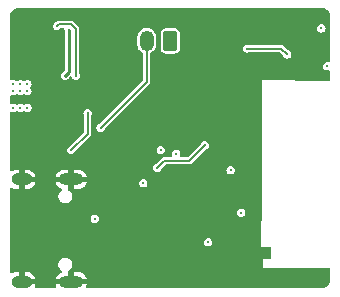
<source format=gbl>
G04 #@! TF.GenerationSoftware,KiCad,Pcbnew,8.0.3*
G04 #@! TF.CreationDate,2024-07-03T22:21:13+02:00*
G04 #@! TF.ProjectId,ESP32-C3-V2,45535033-322d-4433-932d-56322e6b6963,rev?*
G04 #@! TF.SameCoordinates,Original*
G04 #@! TF.FileFunction,Copper,L4,Bot*
G04 #@! TF.FilePolarity,Positive*
%FSLAX46Y46*%
G04 Gerber Fmt 4.6, Leading zero omitted, Abs format (unit mm)*
G04 Created by KiCad (PCBNEW 8.0.3) date 2024-07-03 22:21:13*
%MOMM*%
%LPD*%
G01*
G04 APERTURE LIST*
G04 Aperture macros list*
%AMRoundRect*
0 Rectangle with rounded corners*
0 $1 Rounding radius*
0 $2 $3 $4 $5 $6 $7 $8 $9 X,Y pos of 4 corners*
0 Add a 4 corners polygon primitive as box body*
4,1,4,$2,$3,$4,$5,$6,$7,$8,$9,$2,$3,0*
0 Add four circle primitives for the rounded corners*
1,1,$1+$1,$2,$3*
1,1,$1+$1,$4,$5*
1,1,$1+$1,$6,$7*
1,1,$1+$1,$8,$9*
0 Add four rect primitives between the rounded corners*
20,1,$1+$1,$2,$3,$4,$5,0*
20,1,$1+$1,$4,$5,$6,$7,0*
20,1,$1+$1,$6,$7,$8,$9,0*
20,1,$1+$1,$8,$9,$2,$3,0*%
G04 Aperture macros list end*
G04 #@! TA.AperFunction,ComponentPad*
%ADD10O,2.100000X1.000000*%
G04 #@! TD*
G04 #@! TA.AperFunction,ComponentPad*
%ADD11O,1.800000X1.000000*%
G04 #@! TD*
G04 #@! TA.AperFunction,ComponentPad*
%ADD12RoundRect,0.250000X0.350000X0.625000X-0.350000X0.625000X-0.350000X-0.625000X0.350000X-0.625000X0*%
G04 #@! TD*
G04 #@! TA.AperFunction,ComponentPad*
%ADD13O,1.200000X1.750000*%
G04 #@! TD*
G04 #@! TA.AperFunction,ComponentPad*
%ADD14R,0.500000X0.900000*%
G04 #@! TD*
G04 #@! TA.AperFunction,ViaPad*
%ADD15C,0.300000*%
G04 #@! TD*
G04 #@! TA.AperFunction,Conductor*
%ADD16C,0.200000*%
G04 #@! TD*
G04 #@! TA.AperFunction,Conductor*
%ADD17C,0.267200*%
G04 #@! TD*
G04 APERTURE END LIST*
D10*
G04 #@! TO.P,U1,S1,SHIELD*
G04 #@! TO.N,GND*
X38500000Y-3090000D03*
D11*
X34320000Y-3090000D03*
D10*
X38500000Y-11730000D03*
D11*
X34320000Y-11730000D03*
G04 #@! TD*
D12*
G04 #@! TO.P,J2,1,Pin_1*
G04 #@! TO.N,Earth*
X46900000Y8650000D03*
D13*
G04 #@! TO.P,J2,2,Pin_2*
G04 #@! TO.N,+BATT*
X44900000Y8650000D03*
G04 #@! TD*
D14*
G04 #@! TO.P,AE1,2,GND*
G04 #@! TO.N,GND*
X55175000Y-9300000D03*
G04 #@! TD*
D15*
G04 #@! TO.N,GND*
X51400000Y10300000D03*
X47400000Y1100000D03*
X33600000Y-7100000D03*
X47700000Y-6900000D03*
X42700000Y1100000D03*
X46300000Y-6000000D03*
X46300000Y-4200000D03*
X56800000Y-10900000D03*
X33600000Y-9100000D03*
X33600000Y-4200000D03*
X45300000Y-12000000D03*
X47400000Y-100000D03*
X47700000Y-5100000D03*
X48700000Y500000D03*
X48700000Y-100000D03*
X43300000Y-12000000D03*
X59800000Y-10900000D03*
X48600000Y11100000D03*
X47400000Y500000D03*
X33500000Y6800000D03*
X53800000Y-10900000D03*
X48700000Y1100000D03*
X33600000Y-8100000D03*
X44300000Y-12000000D03*
X45600000Y500000D03*
X42300000Y-12000000D03*
X53500000Y-8200000D03*
X46800000Y1100000D03*
X48900000Y-6000000D03*
X48900000Y-6900000D03*
X48900000Y-4200000D03*
X52000000Y-1600000D03*
X52400000Y8000000D03*
X46200000Y-9500000D03*
X45600000Y11100000D03*
X58800000Y10100000D03*
X44900000Y1700000D03*
X35500000Y5300000D03*
X46300000Y-5100000D03*
X54800000Y-10900000D03*
X41800000Y1100000D03*
X35500000Y4500000D03*
X58800000Y-10900000D03*
X35500000Y3700000D03*
X46800000Y-100000D03*
X57800000Y-10900000D03*
X33500000Y-1200000D03*
X50500000Y-7800000D03*
X33500000Y-2200000D03*
X33500000Y8800000D03*
X45600000Y1100000D03*
X40200000Y8100000D03*
X44600000Y11100000D03*
X47900000Y-500000D03*
X41600000Y11100000D03*
X41300000Y-12000000D03*
X42600000Y11100000D03*
X47700000Y-4200000D03*
X46600000Y11100000D03*
X35500000Y6100000D03*
X33500000Y1800000D03*
X50600000Y-11800000D03*
X53800000Y-9900000D03*
X45600000Y-100000D03*
X33600000Y-5100000D03*
X53900000Y-4900000D03*
X53100000Y3700000D03*
X33600000Y-10100000D03*
X40600000Y11100000D03*
X55800000Y-10900000D03*
X46300000Y-6900000D03*
X36500000Y7600000D03*
X48900000Y-5100000D03*
X52900000Y-5200000D03*
X33500000Y800000D03*
X44600000Y-2700000D03*
X33500000Y-200000D03*
X35500000Y2900000D03*
X53800000Y-8900000D03*
X47600000Y11100000D03*
X33500000Y7800000D03*
X45100000Y-10100000D03*
X48400000Y-11600000D03*
X33600000Y-6100000D03*
X53700000Y1400000D03*
X53700000Y400000D03*
X60200000Y5800000D03*
X51900000Y-9700000D03*
X43600000Y11100000D03*
X37100000Y8000000D03*
X40900000Y-4000000D03*
X53900000Y-5900000D03*
X46800000Y500000D03*
X47700000Y-6000000D03*
G04 #@! TO.N,VCC*
X38900000Y5700000D03*
X37300000Y9900000D03*
G04 #@! TO.N,+BATT*
X41000000Y1300000D03*
G04 #@! TO.N,+3.3V*
X33600000Y3000000D03*
X40500000Y-6400000D03*
X44600000Y-3400000D03*
X34800000Y3000000D03*
X33600000Y5000000D03*
X47400000Y-900000D03*
X33600000Y4400000D03*
X60200000Y6500000D03*
X34200000Y3000000D03*
X46100000Y-600000D03*
X34200000Y5000000D03*
X34200000Y4400000D03*
X59700000Y9700000D03*
X52000000Y-2300000D03*
X34800000Y4400000D03*
X52900000Y-5900000D03*
X34800000Y5000000D03*
X50100000Y-8400000D03*
G04 #@! TO.N,MCU_SCL*
X53400000Y8000000D03*
X56800000Y7500000D03*
G04 #@! TO.N,Net-(U3-GPIO9)*
X49800000Y-200000D03*
X45799999Y-2100000D03*
G04 #@! TO.N,EN_ADC*
X38500000Y-600000D03*
X39900000Y2500000D03*
G04 #@! TO.N,OUT*
X38000000Y5700000D03*
X38300000Y9600000D03*
G04 #@! TD*
D16*
G04 #@! TO.N,VCC*
X38900000Y9636397D02*
X38486397Y10050000D01*
X37450000Y10050000D02*
X37300000Y9900000D01*
X38900000Y5700000D02*
X38900000Y9636397D01*
X38486397Y10050000D02*
X37450000Y10050000D01*
G04 #@! TO.N,+BATT*
X44900000Y5200000D02*
X44900000Y8650000D01*
X41000000Y1300000D02*
X44900000Y5200000D01*
G04 #@! TO.N,MCU_SCL*
X56800000Y7500000D02*
X56300000Y8000000D01*
X56300000Y8000000D02*
X53400000Y8000000D01*
G04 #@! TO.N,Net-(U3-GPIO9)*
X46399999Y-1500000D02*
X48500000Y-1500000D01*
X45799999Y-2100000D02*
X46399999Y-1500000D01*
X48500000Y-1500000D02*
X49800000Y-200000D01*
G04 #@! TO.N,EN_ADC*
X39900000Y2500000D02*
X39900000Y800000D01*
X39900000Y800000D02*
X38500000Y-600000D01*
D17*
G04 #@! TO.N,OUT*
X38300000Y6000000D02*
X38300000Y9600000D01*
X38000000Y5700000D02*
X38300000Y6000000D01*
G04 #@! TD*
G04 #@! TA.AperFunction,Conductor*
G04 #@! TO.N,GND*
G36*
X59811965Y11417232D02*
G01*
X59837122Y11414642D01*
X59955798Y11389998D01*
X59981419Y11381689D01*
X60008042Y11369722D01*
X60089963Y11332900D01*
X60113187Y11319254D01*
X60208645Y11248166D01*
X60228366Y11229833D01*
X60261533Y11191481D01*
X60306215Y11139814D01*
X60321515Y11117650D01*
X60336640Y11089656D01*
X60378086Y11012943D01*
X60388240Y10987994D01*
X60420863Y10873546D01*
X60425390Y10846989D01*
X60432782Y10723931D01*
X60433005Y10716536D01*
X60433007Y10710316D01*
X60432859Y10704229D01*
X60431047Y10667133D01*
X60432102Y10657430D01*
X60431164Y10657329D01*
X60433037Y10643320D01*
X60434631Y6962947D01*
X60414975Y6895899D01*
X60362191Y6850121D01*
X60293037Y6840148D01*
X60291234Y6840420D01*
X60200003Y6854869D01*
X60199998Y6854869D01*
X60090341Y6837502D01*
X59991414Y6787096D01*
X59991407Y6787091D01*
X59912909Y6708593D01*
X59912904Y6708586D01*
X59862498Y6609659D01*
X59845131Y6500003D01*
X59845131Y6499998D01*
X59862498Y6390342D01*
X59912904Y6291415D01*
X59912909Y6291408D01*
X59991407Y6212910D01*
X59991410Y6212908D01*
X59991413Y6212905D01*
X60036854Y6189752D01*
X60090341Y6162499D01*
X60199998Y6145131D01*
X60200000Y6145131D01*
X60200001Y6145131D01*
X60225046Y6149099D01*
X60291634Y6159645D01*
X60360927Y6150691D01*
X60414379Y6105695D01*
X60435019Y6038944D01*
X60435032Y6037226D01*
X60435316Y5382183D01*
X60415660Y5315135D01*
X60362876Y5269357D01*
X60310391Y5258132D01*
X54700000Y5300000D01*
X54700000Y-6476000D01*
X54680315Y-6543039D01*
X54627511Y-6588794D01*
X54606672Y-6593327D01*
X54600000Y-6600000D01*
X54600000Y-7050000D01*
X54600000Y-7100000D01*
X54600000Y-7900000D01*
X54600000Y-8800000D01*
X55326000Y-8800000D01*
X55393039Y-8819685D01*
X55438794Y-8872489D01*
X55450000Y-8924000D01*
X55450000Y-9676000D01*
X55430315Y-9743039D01*
X55377511Y-9788794D01*
X55326000Y-9800000D01*
X54750000Y-9800000D01*
X54750000Y-10550000D01*
X60318274Y-10550000D01*
X60385313Y-10569685D01*
X60431068Y-10622489D01*
X60442273Y-10673944D01*
X60442346Y-10840940D01*
X60442668Y-11587137D01*
X60441711Y-11602565D01*
X60425794Y-11729950D01*
X60419756Y-11755633D01*
X60378944Y-11871939D01*
X60367612Y-11895761D01*
X60303126Y-12000793D01*
X60287008Y-12021680D01*
X60201758Y-12110696D01*
X60181589Y-12127700D01*
X60079436Y-12196669D01*
X60056124Y-12209021D01*
X59941699Y-12254816D01*
X59916302Y-12261958D01*
X59795135Y-12282450D01*
X59774564Y-12284186D01*
X39862592Y-12301185D01*
X39795536Y-12281558D01*
X39749736Y-12228793D01*
X39739733Y-12159643D01*
X39756911Y-12114762D01*
X39756078Y-12114317D01*
X39758952Y-12108938D01*
X39812361Y-11980000D01*
X39216988Y-11980000D01*
X39234205Y-11970060D01*
X39290060Y-11914205D01*
X39329556Y-11845796D01*
X39350000Y-11769496D01*
X39350000Y-11690504D01*
X39329556Y-11614204D01*
X39290060Y-11545795D01*
X39234205Y-11489940D01*
X39216988Y-11480000D01*
X39812361Y-11480000D01*
X39812360Y-11479999D01*
X39758952Y-11351061D01*
X39758947Y-11351051D01*
X39671401Y-11220030D01*
X39671398Y-11220026D01*
X39559973Y-11108601D01*
X39559969Y-11108598D01*
X39428948Y-11021052D01*
X39428939Y-11021047D01*
X39283351Y-10960743D01*
X39283343Y-10960741D01*
X39128797Y-10930000D01*
X38750000Y-10930000D01*
X38750000Y-11430000D01*
X38250000Y-11430000D01*
X38250000Y-10897557D01*
X38269685Y-10830518D01*
X38311998Y-10790171D01*
X38356435Y-10764516D01*
X38464516Y-10656435D01*
X38540940Y-10524065D01*
X38580500Y-10376424D01*
X38580500Y-10223576D01*
X38540940Y-10075935D01*
X38464516Y-9943565D01*
X38356435Y-9835484D01*
X38224065Y-9759060D01*
X38076424Y-9719500D01*
X37923576Y-9719500D01*
X37775935Y-9759060D01*
X37775932Y-9759061D01*
X37643568Y-9835482D01*
X37643562Y-9835486D01*
X37535486Y-9943562D01*
X37535482Y-9943568D01*
X37459061Y-10075932D01*
X37459060Y-10075935D01*
X37419500Y-10223576D01*
X37419500Y-10376424D01*
X37459060Y-10524065D01*
X37535484Y-10656435D01*
X37643565Y-10764516D01*
X37654230Y-10770673D01*
X37702446Y-10821238D01*
X37715671Y-10889845D01*
X37689704Y-10954710D01*
X37639685Y-10992622D01*
X37571061Y-11021047D01*
X37571051Y-11021052D01*
X37440030Y-11108598D01*
X37440026Y-11108601D01*
X37328601Y-11220026D01*
X37328598Y-11220030D01*
X37241052Y-11351051D01*
X37241047Y-11351061D01*
X37187639Y-11479999D01*
X37187639Y-11480000D01*
X37783012Y-11480000D01*
X37765795Y-11489940D01*
X37709940Y-11545795D01*
X37670444Y-11614204D01*
X37650000Y-11690504D01*
X37650000Y-11769496D01*
X37670444Y-11845796D01*
X37709940Y-11914205D01*
X37765795Y-11970060D01*
X37783012Y-11980000D01*
X37187639Y-11980000D01*
X37241047Y-12108938D01*
X37241053Y-12108949D01*
X37242168Y-12110618D01*
X37242483Y-12111625D01*
X37243922Y-12114317D01*
X37243411Y-12114589D01*
X37263047Y-12177295D01*
X37244563Y-12244675D01*
X37192585Y-12291366D01*
X37139173Y-12303510D01*
X35530120Y-12304884D01*
X35463064Y-12285257D01*
X35417264Y-12232492D01*
X35407261Y-12163342D01*
X35426918Y-12111984D01*
X35428950Y-12108943D01*
X35428952Y-12108938D01*
X35482361Y-11980000D01*
X34886988Y-11980000D01*
X34904205Y-11970060D01*
X34960060Y-11914205D01*
X34999556Y-11845796D01*
X35020000Y-11769496D01*
X35020000Y-11690504D01*
X34999556Y-11614204D01*
X34960060Y-11545795D01*
X34904205Y-11489940D01*
X34886988Y-11480000D01*
X35482361Y-11480000D01*
X35482360Y-11479999D01*
X35428952Y-11351061D01*
X35428947Y-11351051D01*
X35341401Y-11220030D01*
X35341398Y-11220026D01*
X35229973Y-11108601D01*
X35229969Y-11108598D01*
X35098948Y-11021052D01*
X35098939Y-11021047D01*
X34953351Y-10960743D01*
X34953343Y-10960741D01*
X34798797Y-10930000D01*
X34570000Y-10930000D01*
X34570000Y-11430000D01*
X34070000Y-11430000D01*
X34070000Y-10930000D01*
X33841202Y-10930000D01*
X33686656Y-10960741D01*
X33686648Y-10960743D01*
X33541060Y-11021047D01*
X33535683Y-11023922D01*
X33534409Y-11021540D01*
X33478772Y-11038868D01*
X33411420Y-11020281D01*
X33364809Y-10968231D01*
X33352748Y-10915187D01*
X33346709Y-8399997D01*
X49745131Y-8399997D01*
X49745131Y-8400002D01*
X49762498Y-8509658D01*
X49812904Y-8608585D01*
X49812909Y-8608592D01*
X49891407Y-8687090D01*
X49891410Y-8687092D01*
X49891413Y-8687095D01*
X49990339Y-8737500D01*
X49990341Y-8737501D01*
X50099998Y-8754869D01*
X50100000Y-8754869D01*
X50100002Y-8754869D01*
X50209658Y-8737501D01*
X50209659Y-8737500D01*
X50209661Y-8737500D01*
X50308587Y-8687095D01*
X50387095Y-8608587D01*
X50437500Y-8509661D01*
X50437500Y-8509659D01*
X50437501Y-8509658D01*
X50454869Y-8400002D01*
X50454869Y-8399997D01*
X50437501Y-8290341D01*
X50437500Y-8290339D01*
X50387095Y-8191413D01*
X50387092Y-8191410D01*
X50387090Y-8191407D01*
X50308592Y-8112909D01*
X50308588Y-8112906D01*
X50308587Y-8112905D01*
X50304743Y-8110946D01*
X50209658Y-8062498D01*
X50100002Y-8045131D01*
X50099998Y-8045131D01*
X49990341Y-8062498D01*
X49891414Y-8112904D01*
X49891407Y-8112909D01*
X49812909Y-8191407D01*
X49812904Y-8191414D01*
X49762498Y-8290341D01*
X49745131Y-8399997D01*
X33346709Y-8399997D01*
X33341907Y-6399997D01*
X40145131Y-6399997D01*
X40145131Y-6400002D01*
X40162498Y-6509658D01*
X40212904Y-6608585D01*
X40212909Y-6608592D01*
X40291407Y-6687090D01*
X40291410Y-6687092D01*
X40291413Y-6687095D01*
X40390339Y-6737500D01*
X40390341Y-6737501D01*
X40499998Y-6754869D01*
X40500000Y-6754869D01*
X40500002Y-6754869D01*
X40609658Y-6737501D01*
X40609659Y-6737500D01*
X40609661Y-6737500D01*
X40708587Y-6687095D01*
X40787095Y-6608587D01*
X40837500Y-6509661D01*
X40837500Y-6509659D01*
X40837501Y-6509658D01*
X40854869Y-6400002D01*
X40854869Y-6399997D01*
X40837501Y-6290341D01*
X40810577Y-6237500D01*
X40787095Y-6191413D01*
X40787092Y-6191410D01*
X40787090Y-6191407D01*
X40708592Y-6112909D01*
X40708588Y-6112906D01*
X40708587Y-6112905D01*
X40700112Y-6108587D01*
X40609658Y-6062498D01*
X40500002Y-6045131D01*
X40499998Y-6045131D01*
X40390341Y-6062498D01*
X40291414Y-6112904D01*
X40291407Y-6112909D01*
X40212909Y-6191407D01*
X40212904Y-6191414D01*
X40162498Y-6290341D01*
X40145131Y-6399997D01*
X33341907Y-6399997D01*
X33340707Y-5899997D01*
X52545131Y-5899997D01*
X52545131Y-5900002D01*
X52562498Y-6009658D01*
X52612904Y-6108585D01*
X52612909Y-6108592D01*
X52691407Y-6187090D01*
X52691410Y-6187092D01*
X52691413Y-6187095D01*
X52699890Y-6191414D01*
X52790341Y-6237501D01*
X52899998Y-6254869D01*
X52900000Y-6254869D01*
X52900002Y-6254869D01*
X53009658Y-6237501D01*
X53009659Y-6237500D01*
X53009661Y-6237500D01*
X53108587Y-6187095D01*
X53187095Y-6108587D01*
X53237500Y-6009661D01*
X53237500Y-6009659D01*
X53237501Y-6009658D01*
X53254869Y-5900002D01*
X53254869Y-5899997D01*
X53237501Y-5790341D01*
X53237500Y-5790339D01*
X53187095Y-5691413D01*
X53187092Y-5691410D01*
X53187090Y-5691407D01*
X53108592Y-5612909D01*
X53108588Y-5612906D01*
X53108587Y-5612905D01*
X53104743Y-5610946D01*
X53009658Y-5562498D01*
X52900002Y-5545131D01*
X52899998Y-5545131D01*
X52790341Y-5562498D01*
X52691414Y-5612904D01*
X52691407Y-5612909D01*
X52612909Y-5691407D01*
X52612904Y-5691414D01*
X52562498Y-5790341D01*
X52545131Y-5899997D01*
X33340707Y-5899997D01*
X33335891Y-3894147D01*
X33355415Y-3827062D01*
X33408109Y-3781181D01*
X33477243Y-3771071D01*
X33528782Y-3790749D01*
X33541051Y-3798947D01*
X33541060Y-3798952D01*
X33686648Y-3859256D01*
X33686656Y-3859258D01*
X33841202Y-3889999D01*
X33841206Y-3890000D01*
X34070000Y-3890000D01*
X34070000Y-3390000D01*
X34570000Y-3390000D01*
X34570000Y-3890000D01*
X34798794Y-3890000D01*
X34798797Y-3889999D01*
X34953343Y-3859258D01*
X34953351Y-3859256D01*
X35098939Y-3798952D01*
X35098948Y-3798947D01*
X35229969Y-3711401D01*
X35229973Y-3711398D01*
X35341398Y-3599973D01*
X35341401Y-3599969D01*
X35428947Y-3468948D01*
X35428952Y-3468938D01*
X35482361Y-3340000D01*
X34886988Y-3340000D01*
X34904205Y-3330060D01*
X34960060Y-3274205D01*
X34999556Y-3205796D01*
X35020000Y-3129496D01*
X35020000Y-3050504D01*
X34999556Y-2974204D01*
X34960060Y-2905795D01*
X34904205Y-2849940D01*
X34886988Y-2840000D01*
X35482361Y-2840000D01*
X35482360Y-2839999D01*
X37187639Y-2839999D01*
X37187639Y-2840000D01*
X37783012Y-2840000D01*
X37765795Y-2849940D01*
X37709940Y-2905795D01*
X37670444Y-2974204D01*
X37650000Y-3050504D01*
X37650000Y-3129496D01*
X37670444Y-3205796D01*
X37709940Y-3274205D01*
X37765795Y-3330060D01*
X37783012Y-3340000D01*
X37187639Y-3340000D01*
X37241047Y-3468938D01*
X37241052Y-3468948D01*
X37328598Y-3599969D01*
X37328601Y-3599973D01*
X37440026Y-3711398D01*
X37440030Y-3711401D01*
X37571051Y-3798947D01*
X37571064Y-3798954D01*
X37639684Y-3827377D01*
X37694088Y-3871217D01*
X37716153Y-3937512D01*
X37698874Y-4005211D01*
X37654234Y-4049324D01*
X37643568Y-4055482D01*
X37643562Y-4055486D01*
X37535486Y-4163562D01*
X37535482Y-4163568D01*
X37459061Y-4295932D01*
X37459060Y-4295935D01*
X37419500Y-4443576D01*
X37419500Y-4596424D01*
X37459060Y-4744065D01*
X37535484Y-4876435D01*
X37643565Y-4984516D01*
X37775935Y-5060940D01*
X37923576Y-5100500D01*
X37923578Y-5100500D01*
X38076422Y-5100500D01*
X38076424Y-5100500D01*
X38224065Y-5060940D01*
X38356435Y-4984516D01*
X38464516Y-4876435D01*
X38540940Y-4744065D01*
X38580500Y-4596424D01*
X38580500Y-4443576D01*
X38540940Y-4295935D01*
X38464516Y-4163565D01*
X38356435Y-4055484D01*
X38311998Y-4029828D01*
X38263784Y-3979261D01*
X38250000Y-3922442D01*
X38250000Y-3390000D01*
X38750000Y-3390000D01*
X38750000Y-3890000D01*
X39128794Y-3890000D01*
X39128797Y-3889999D01*
X39283343Y-3859258D01*
X39283351Y-3859256D01*
X39428939Y-3798952D01*
X39428948Y-3798947D01*
X39559969Y-3711401D01*
X39559973Y-3711398D01*
X39671398Y-3599973D01*
X39671401Y-3599969D01*
X39758947Y-3468948D01*
X39758952Y-3468938D01*
X39787509Y-3399997D01*
X44245131Y-3399997D01*
X44245131Y-3400002D01*
X44262498Y-3509658D01*
X44312904Y-3608585D01*
X44312909Y-3608592D01*
X44391407Y-3687090D01*
X44391410Y-3687092D01*
X44391413Y-3687095D01*
X44439111Y-3711398D01*
X44490341Y-3737501D01*
X44599998Y-3754869D01*
X44600000Y-3754869D01*
X44600002Y-3754869D01*
X44709658Y-3737501D01*
X44709659Y-3737500D01*
X44709661Y-3737500D01*
X44808587Y-3687095D01*
X44887095Y-3608587D01*
X44937500Y-3509661D01*
X44937500Y-3509659D01*
X44937501Y-3509658D01*
X44954869Y-3400002D01*
X44954869Y-3399997D01*
X44937501Y-3290341D01*
X44894423Y-3205796D01*
X44887095Y-3191413D01*
X44887092Y-3191410D01*
X44887090Y-3191407D01*
X44808592Y-3112909D01*
X44808588Y-3112906D01*
X44808587Y-3112905D01*
X44804743Y-3110946D01*
X44709658Y-3062498D01*
X44600002Y-3045131D01*
X44599998Y-3045131D01*
X44490341Y-3062498D01*
X44391414Y-3112904D01*
X44391407Y-3112909D01*
X44312909Y-3191407D01*
X44312904Y-3191414D01*
X44262498Y-3290341D01*
X44245131Y-3399997D01*
X39787509Y-3399997D01*
X39812361Y-3340000D01*
X39216988Y-3340000D01*
X39234205Y-3330060D01*
X39290060Y-3274205D01*
X39329556Y-3205796D01*
X39350000Y-3129496D01*
X39350000Y-3050504D01*
X39329556Y-2974204D01*
X39290060Y-2905795D01*
X39234205Y-2849940D01*
X39216988Y-2840000D01*
X39812361Y-2840000D01*
X39812360Y-2839999D01*
X39758952Y-2711061D01*
X39758947Y-2711051D01*
X39671401Y-2580030D01*
X39671398Y-2580026D01*
X39559973Y-2468601D01*
X39559969Y-2468598D01*
X39428948Y-2381052D01*
X39428939Y-2381047D01*
X39283351Y-2320743D01*
X39283343Y-2320741D01*
X39128797Y-2290000D01*
X38750000Y-2290000D01*
X38750000Y-2790000D01*
X38250000Y-2790000D01*
X38250000Y-2290000D01*
X37871202Y-2290000D01*
X37716656Y-2320741D01*
X37716648Y-2320743D01*
X37571060Y-2381047D01*
X37571051Y-2381052D01*
X37440030Y-2468598D01*
X37440026Y-2468601D01*
X37328601Y-2580026D01*
X37328598Y-2580030D01*
X37241052Y-2711051D01*
X37241047Y-2711061D01*
X37187639Y-2839999D01*
X35482360Y-2839999D01*
X35428952Y-2711061D01*
X35428947Y-2711051D01*
X35341401Y-2580030D01*
X35341398Y-2580026D01*
X35229973Y-2468601D01*
X35229969Y-2468598D01*
X35098948Y-2381052D01*
X35098939Y-2381047D01*
X34953351Y-2320743D01*
X34953343Y-2320741D01*
X34798797Y-2290000D01*
X34570000Y-2290000D01*
X34570000Y-2790000D01*
X34070000Y-2790000D01*
X34070000Y-2290000D01*
X33841202Y-2290000D01*
X33686656Y-2320741D01*
X33686648Y-2320743D01*
X33541060Y-2381047D01*
X33541052Y-2381052D01*
X33524924Y-2391828D01*
X33458246Y-2412703D01*
X33390867Y-2394216D01*
X33344178Y-2342236D01*
X33332037Y-2289024D01*
X33331583Y-2099997D01*
X45445130Y-2099997D01*
X45445130Y-2100002D01*
X45462497Y-2209658D01*
X45512903Y-2308585D01*
X45512908Y-2308592D01*
X45591406Y-2387090D01*
X45591409Y-2387092D01*
X45591412Y-2387095D01*
X45635695Y-2409658D01*
X45690340Y-2437501D01*
X45799997Y-2454869D01*
X45799999Y-2454869D01*
X45800001Y-2454869D01*
X45909657Y-2437501D01*
X45909658Y-2437500D01*
X45909660Y-2437500D01*
X46008586Y-2387095D01*
X46087094Y-2308587D01*
X46091471Y-2299997D01*
X51645131Y-2299997D01*
X51645131Y-2300002D01*
X51662498Y-2409658D01*
X51712904Y-2508585D01*
X51712909Y-2508592D01*
X51791407Y-2587090D01*
X51791410Y-2587092D01*
X51791413Y-2587095D01*
X51890339Y-2637500D01*
X51890341Y-2637501D01*
X51999998Y-2654869D01*
X52000000Y-2654869D01*
X52000002Y-2654869D01*
X52109658Y-2637501D01*
X52109659Y-2637500D01*
X52109661Y-2637500D01*
X52208587Y-2587095D01*
X52287095Y-2508587D01*
X52337500Y-2409661D01*
X52337500Y-2409659D01*
X52337501Y-2409658D01*
X52354869Y-2300002D01*
X52354869Y-2299997D01*
X52337501Y-2190341D01*
X52333910Y-2183294D01*
X52287095Y-2091413D01*
X52287092Y-2091410D01*
X52287090Y-2091407D01*
X52208592Y-2012909D01*
X52208588Y-2012906D01*
X52208587Y-2012905D01*
X52204743Y-2010946D01*
X52109658Y-1962498D01*
X52000002Y-1945131D01*
X51999998Y-1945131D01*
X51890341Y-1962498D01*
X51791414Y-2012904D01*
X51791407Y-2012909D01*
X51712909Y-2091407D01*
X51712904Y-2091414D01*
X51662498Y-2190341D01*
X51645131Y-2299997D01*
X46091471Y-2299997D01*
X46137499Y-2209661D01*
X46137500Y-2209648D01*
X46138979Y-2205103D01*
X46169226Y-2155742D01*
X46488152Y-1836816D01*
X46549474Y-1803334D01*
X46575832Y-1800500D01*
X48539560Y-1800500D01*
X48539562Y-1800500D01*
X48615989Y-1780021D01*
X48684511Y-1740460D01*
X48740460Y-1684511D01*
X49855740Y-569229D01*
X49905103Y-538980D01*
X49909648Y-537501D01*
X49909661Y-537500D01*
X50008587Y-487095D01*
X50087095Y-408587D01*
X50137500Y-309661D01*
X50137500Y-309659D01*
X50137501Y-309658D01*
X50154869Y-200002D01*
X50154869Y-199997D01*
X50137501Y-90341D01*
X50137500Y-90339D01*
X50087095Y8587D01*
X50087092Y8590D01*
X50087090Y8593D01*
X50008592Y87091D01*
X50008588Y87094D01*
X50008587Y87095D01*
X50004743Y89054D01*
X49909658Y137502D01*
X49800002Y154869D01*
X49799998Y154869D01*
X49690341Y137502D01*
X49591414Y87096D01*
X49591407Y87091D01*
X49512909Y8593D01*
X49512906Y8588D01*
X49512905Y8587D01*
X49462500Y-90339D01*
X49462498Y-90343D01*
X49461017Y-94901D01*
X49430769Y-144258D01*
X48411848Y-1163181D01*
X48350525Y-1196666D01*
X48324167Y-1199500D01*
X47843121Y-1199500D01*
X47776082Y-1179815D01*
X47730327Y-1127011D01*
X47720383Y-1057853D01*
X47732635Y-1019207D01*
X47737500Y-1009661D01*
X47746179Y-954869D01*
X47754869Y-900002D01*
X47754869Y-899997D01*
X47737501Y-790341D01*
X47696394Y-709664D01*
X47687095Y-691413D01*
X47687092Y-691410D01*
X47687090Y-691407D01*
X47608592Y-612909D01*
X47608588Y-612906D01*
X47608587Y-612905D01*
X47583263Y-600002D01*
X47509658Y-562498D01*
X47400002Y-545131D01*
X47399998Y-545131D01*
X47290341Y-562498D01*
X47191414Y-612904D01*
X47191407Y-612909D01*
X47112909Y-691407D01*
X47112904Y-691414D01*
X47062498Y-790341D01*
X47045131Y-899997D01*
X47045131Y-900002D01*
X47062498Y-1009657D01*
X47062499Y-1009660D01*
X47062500Y-1009661D01*
X47067363Y-1019205D01*
X47080260Y-1087873D01*
X47053984Y-1152614D01*
X46996879Y-1192871D01*
X46956879Y-1199500D01*
X46360437Y-1199500D01*
X46322223Y-1209739D01*
X46284008Y-1219979D01*
X46284003Y-1219982D01*
X46215494Y-1259535D01*
X46215486Y-1259541D01*
X45744257Y-1730769D01*
X45694900Y-1761017D01*
X45690342Y-1762498D01*
X45690338Y-1762499D01*
X45690338Y-1762500D01*
X45591412Y-1812905D01*
X45591411Y-1812906D01*
X45591406Y-1812909D01*
X45512908Y-1891407D01*
X45512903Y-1891414D01*
X45462497Y-1990341D01*
X45445130Y-2099997D01*
X33331583Y-2099997D01*
X33327982Y-599997D01*
X38145131Y-599997D01*
X38145131Y-600002D01*
X38162498Y-709658D01*
X38212904Y-808585D01*
X38212909Y-808592D01*
X38291407Y-887090D01*
X38291410Y-887092D01*
X38291413Y-887095D01*
X38316741Y-900000D01*
X38390341Y-937501D01*
X38499998Y-954869D01*
X38500000Y-954869D01*
X38500002Y-954869D01*
X38609658Y-937501D01*
X38609659Y-937500D01*
X38609661Y-937500D01*
X38708587Y-887095D01*
X38787095Y-808587D01*
X38837500Y-709661D01*
X38837501Y-709648D01*
X38838980Y-705103D01*
X38869229Y-655740D01*
X38924972Y-599997D01*
X45745131Y-599997D01*
X45745131Y-600002D01*
X45762498Y-709658D01*
X45812904Y-808585D01*
X45812909Y-808592D01*
X45891407Y-887090D01*
X45891410Y-887092D01*
X45891413Y-887095D01*
X45916741Y-900000D01*
X45990341Y-937501D01*
X46099998Y-954869D01*
X46100000Y-954869D01*
X46100002Y-954869D01*
X46209658Y-937501D01*
X46209659Y-937500D01*
X46209661Y-937500D01*
X46308587Y-887095D01*
X46387095Y-808587D01*
X46437500Y-709661D01*
X46437500Y-709659D01*
X46437501Y-709658D01*
X46454869Y-600002D01*
X46454869Y-599997D01*
X46437501Y-490341D01*
X46395848Y-408592D01*
X46387095Y-391413D01*
X46387092Y-391410D01*
X46387090Y-391407D01*
X46308592Y-312909D01*
X46308588Y-312906D01*
X46308587Y-312905D01*
X46302214Y-309658D01*
X46209658Y-262498D01*
X46100002Y-245131D01*
X46099998Y-245131D01*
X45990341Y-262498D01*
X45891414Y-312904D01*
X45891407Y-312909D01*
X45812909Y-391407D01*
X45812904Y-391414D01*
X45762498Y-490341D01*
X45745131Y-599997D01*
X38924972Y-599997D01*
X40140460Y615489D01*
X40180021Y684011D01*
X40200500Y760438D01*
X40200500Y1300003D01*
X40645131Y1300003D01*
X40645131Y1299998D01*
X40662498Y1190342D01*
X40712904Y1091415D01*
X40712909Y1091408D01*
X40791407Y1012910D01*
X40791410Y1012908D01*
X40791413Y1012905D01*
X40890339Y962500D01*
X40890341Y962499D01*
X40999998Y945131D01*
X41000000Y945131D01*
X41000002Y945131D01*
X41109658Y962499D01*
X41109659Y962500D01*
X41109661Y962500D01*
X41208587Y1012905D01*
X41287095Y1091413D01*
X41337500Y1190339D01*
X41337501Y1190352D01*
X41338980Y1194897D01*
X41369229Y1244260D01*
X45140460Y5015489D01*
X45180021Y5084011D01*
X45200500Y5160438D01*
X45200500Y7550163D01*
X45220185Y7617202D01*
X45272989Y7662957D01*
X45276986Y7664698D01*
X45279179Y7665606D01*
X45410289Y7753211D01*
X45521789Y7864711D01*
X45609394Y7995821D01*
X45669737Y8141503D01*
X45700500Y8296158D01*
X45700500Y9003842D01*
X45700500Y9003845D01*
X45700499Y9003847D01*
X45669738Y9158490D01*
X45669737Y9158497D01*
X45669735Y9158502D01*
X45609397Y9304173D01*
X45609390Y9304186D01*
X45592629Y9329270D01*
X46099500Y9329270D01*
X46099500Y7970731D01*
X46102353Y7940301D01*
X46102353Y7940299D01*
X46138325Y7837500D01*
X46147207Y7812118D01*
X46227850Y7702850D01*
X46337118Y7622207D01*
X46351422Y7617202D01*
X46465299Y7577354D01*
X46495730Y7574500D01*
X46495734Y7574500D01*
X47304270Y7574500D01*
X47334699Y7577354D01*
X47334701Y7577354D01*
X47398790Y7599781D01*
X47462882Y7622207D01*
X47572150Y7702850D01*
X47652793Y7812118D01*
X47680165Y7890342D01*
X47697646Y7940299D01*
X47697646Y7940301D01*
X47700500Y7970731D01*
X47700500Y8000003D01*
X53045131Y8000003D01*
X53045131Y7999998D01*
X53062498Y7890342D01*
X53112904Y7791415D01*
X53112909Y7791408D01*
X53191407Y7712910D01*
X53191410Y7712908D01*
X53191413Y7712905D01*
X53289442Y7662957D01*
X53290341Y7662499D01*
X53399998Y7645131D01*
X53400000Y7645131D01*
X53400002Y7645131D01*
X53509657Y7662499D01*
X53509658Y7662500D01*
X53509661Y7662500D01*
X53555755Y7685987D01*
X53612048Y7699500D01*
X56124167Y7699500D01*
X56191206Y7679815D01*
X56211848Y7663181D01*
X56430768Y7444261D01*
X56461016Y7394904D01*
X56462498Y7390344D01*
X56462499Y7390341D01*
X56462500Y7390339D01*
X56512905Y7291413D01*
X56512907Y7291411D01*
X56512909Y7291408D01*
X56591407Y7212910D01*
X56591410Y7212908D01*
X56591413Y7212905D01*
X56690339Y7162500D01*
X56690341Y7162499D01*
X56799998Y7145131D01*
X56800000Y7145131D01*
X56800002Y7145131D01*
X56909658Y7162499D01*
X56909659Y7162500D01*
X56909661Y7162500D01*
X57008587Y7212905D01*
X57087095Y7291413D01*
X57137500Y7390339D01*
X57137500Y7390341D01*
X57137501Y7390342D01*
X57154869Y7499998D01*
X57154869Y7500003D01*
X57137501Y7609659D01*
X57131777Y7620893D01*
X57087095Y7708587D01*
X57087092Y7708590D01*
X57087090Y7708593D01*
X57008592Y7787091D01*
X57008589Y7787093D01*
X57008587Y7787095D01*
X56909661Y7837500D01*
X56909659Y7837501D01*
X56909656Y7837502D01*
X56905096Y7838984D01*
X56855739Y7869232D01*
X56484512Y8240459D01*
X56484504Y8240465D01*
X56415995Y8280018D01*
X56415990Y8280021D01*
X56389585Y8287096D01*
X56339562Y8300500D01*
X56339560Y8300500D01*
X53612048Y8300500D01*
X53555755Y8314014D01*
X53509657Y8337502D01*
X53400002Y8354869D01*
X53399998Y8354869D01*
X53290341Y8337502D01*
X53191414Y8287096D01*
X53191407Y8287091D01*
X53112909Y8208593D01*
X53112904Y8208586D01*
X53062498Y8109659D01*
X53045131Y8000003D01*
X47700500Y8000003D01*
X47700500Y9329270D01*
X47697646Y9359700D01*
X47697646Y9359702D01*
X47652793Y9487881D01*
X47652792Y9487883D01*
X47572150Y9597150D01*
X47462882Y9677793D01*
X47462880Y9677794D01*
X47399412Y9700003D01*
X59345131Y9700003D01*
X59345131Y9699998D01*
X59362498Y9590342D01*
X59412904Y9491415D01*
X59412909Y9491408D01*
X59491407Y9412910D01*
X59491410Y9412908D01*
X59491413Y9412905D01*
X59590339Y9362500D01*
X59590341Y9362499D01*
X59699998Y9345131D01*
X59700000Y9345131D01*
X59700002Y9345131D01*
X59809658Y9362499D01*
X59809659Y9362500D01*
X59809661Y9362500D01*
X59908587Y9412905D01*
X59987095Y9491413D01*
X60037500Y9590339D01*
X60037500Y9590341D01*
X60037501Y9590342D01*
X60054869Y9699998D01*
X60054869Y9700003D01*
X60037501Y9809659D01*
X59991470Y9900000D01*
X59987095Y9908587D01*
X59987092Y9908590D01*
X59987090Y9908593D01*
X59908592Y9987091D01*
X59908588Y9987094D01*
X59908587Y9987095D01*
X59904743Y9989054D01*
X59809658Y10037502D01*
X59700002Y10054869D01*
X59699998Y10054869D01*
X59590341Y10037502D01*
X59491414Y9987096D01*
X59491407Y9987091D01*
X59412909Y9908593D01*
X59412904Y9908586D01*
X59362498Y9809659D01*
X59345131Y9700003D01*
X47399412Y9700003D01*
X47334700Y9722647D01*
X47304270Y9725500D01*
X47304266Y9725500D01*
X46495734Y9725500D01*
X46495730Y9725500D01*
X46465300Y9722647D01*
X46465298Y9722647D01*
X46337119Y9677794D01*
X46337117Y9677793D01*
X46227850Y9597150D01*
X46147207Y9487883D01*
X46147206Y9487881D01*
X46102353Y9359702D01*
X46102353Y9359700D01*
X46099500Y9329270D01*
X45592629Y9329270D01*
X45521789Y9435289D01*
X45521786Y9435293D01*
X45410292Y9546787D01*
X45410288Y9546790D01*
X45279185Y9634391D01*
X45279172Y9634398D01*
X45133501Y9694736D01*
X45133489Y9694739D01*
X44978845Y9725500D01*
X44978842Y9725500D01*
X44821158Y9725500D01*
X44821155Y9725500D01*
X44666510Y9694739D01*
X44666498Y9694736D01*
X44520827Y9634398D01*
X44520814Y9634391D01*
X44389711Y9546790D01*
X44389707Y9546787D01*
X44278213Y9435293D01*
X44278210Y9435289D01*
X44190609Y9304186D01*
X44190602Y9304173D01*
X44130264Y9158502D01*
X44130261Y9158490D01*
X44099500Y9003847D01*
X44099500Y8296154D01*
X44130261Y8141511D01*
X44130264Y8141499D01*
X44190602Y7995828D01*
X44190609Y7995815D01*
X44278210Y7864712D01*
X44278213Y7864708D01*
X44389710Y7753211D01*
X44465080Y7702851D01*
X44520821Y7665606D01*
X44522945Y7664726D01*
X44523885Y7663969D01*
X44526192Y7662736D01*
X44525958Y7662299D01*
X44577349Y7620893D01*
X44599421Y7554601D01*
X44599500Y7550163D01*
X44599500Y5375834D01*
X44579815Y5308795D01*
X44563181Y5288153D01*
X40944258Y1669231D01*
X40894901Y1638983D01*
X40890343Y1637502D01*
X40890339Y1637501D01*
X40890339Y1637500D01*
X40791413Y1587095D01*
X40791412Y1587094D01*
X40791407Y1587091D01*
X40712909Y1508593D01*
X40712904Y1508586D01*
X40662498Y1409659D01*
X40645131Y1300003D01*
X40200500Y1300003D01*
X40200500Y2287953D01*
X40214015Y2344247D01*
X40237500Y2390339D01*
X40237500Y2390341D01*
X40237501Y2390342D01*
X40254869Y2499998D01*
X40254869Y2500003D01*
X40237501Y2609659D01*
X40206849Y2669817D01*
X40187095Y2708587D01*
X40187092Y2708590D01*
X40187090Y2708593D01*
X40108592Y2787091D01*
X40108588Y2787094D01*
X40108587Y2787095D01*
X40100112Y2791413D01*
X40009658Y2837502D01*
X39900002Y2854869D01*
X39899998Y2854869D01*
X39790341Y2837502D01*
X39691414Y2787096D01*
X39691407Y2787091D01*
X39612909Y2708593D01*
X39612904Y2708586D01*
X39562498Y2609659D01*
X39545131Y2500003D01*
X39545131Y2499998D01*
X39562498Y2390342D01*
X39585985Y2344247D01*
X39599500Y2287953D01*
X39599500Y975834D01*
X39579815Y908795D01*
X39563181Y888153D01*
X38444258Y-230769D01*
X38394901Y-261017D01*
X38390343Y-262498D01*
X38390339Y-262499D01*
X38390339Y-262500D01*
X38291413Y-312905D01*
X38291412Y-312906D01*
X38291407Y-312909D01*
X38212909Y-391407D01*
X38212904Y-391414D01*
X38162498Y-490341D01*
X38145131Y-599997D01*
X33327982Y-599997D01*
X33320427Y2546742D01*
X33339951Y2613826D01*
X33392645Y2659707D01*
X33461779Y2669817D01*
X33482751Y2664966D01*
X33490337Y2662501D01*
X33490339Y2662500D01*
X33490340Y2662500D01*
X33490343Y2662499D01*
X33599998Y2645131D01*
X33600000Y2645131D01*
X33600002Y2645131D01*
X33709658Y2662499D01*
X33709659Y2662500D01*
X33709661Y2662500D01*
X33808587Y2712905D01*
X33812315Y2716633D01*
X33873636Y2750121D01*
X33943328Y2745140D01*
X33987685Y2716633D01*
X33991413Y2712905D01*
X34085499Y2664966D01*
X34090341Y2662499D01*
X34199998Y2645131D01*
X34200000Y2645131D01*
X34200002Y2645131D01*
X34309658Y2662499D01*
X34309659Y2662500D01*
X34309661Y2662500D01*
X34408587Y2712905D01*
X34412315Y2716633D01*
X34473636Y2750121D01*
X34543328Y2745140D01*
X34587685Y2716633D01*
X34591413Y2712905D01*
X34685499Y2664966D01*
X34690341Y2662499D01*
X34799998Y2645131D01*
X34800000Y2645131D01*
X34800002Y2645131D01*
X34909658Y2662499D01*
X34909659Y2662500D01*
X34909661Y2662500D01*
X35008587Y2712905D01*
X35087095Y2791413D01*
X35137500Y2890339D01*
X35137500Y2890341D01*
X35137501Y2890342D01*
X35154869Y2999998D01*
X35154869Y3000003D01*
X35137501Y3109659D01*
X35137500Y3109661D01*
X35087095Y3208587D01*
X35087092Y3208590D01*
X35087090Y3208593D01*
X35008592Y3287091D01*
X35008588Y3287094D01*
X35008587Y3287095D01*
X35004743Y3289054D01*
X34909658Y3337502D01*
X34800002Y3354869D01*
X34799998Y3354869D01*
X34690341Y3337502D01*
X34591414Y3287096D01*
X34591407Y3287091D01*
X34587681Y3283364D01*
X34526358Y3249879D01*
X34456666Y3254863D01*
X34412319Y3283364D01*
X34408592Y3287091D01*
X34408588Y3287094D01*
X34408587Y3287095D01*
X34404743Y3289054D01*
X34309658Y3337502D01*
X34200002Y3354869D01*
X34199998Y3354869D01*
X34090341Y3337502D01*
X33991414Y3287096D01*
X33991407Y3287091D01*
X33987681Y3283364D01*
X33926358Y3249879D01*
X33856666Y3254863D01*
X33812319Y3283364D01*
X33808592Y3287091D01*
X33808588Y3287094D01*
X33808587Y3287095D01*
X33804743Y3289054D01*
X33709658Y3337502D01*
X33600002Y3354869D01*
X33599998Y3354869D01*
X33490340Y3337501D01*
X33481063Y3334486D01*
X33479869Y3338159D01*
X33429753Y3328800D01*
X33365039Y3355143D01*
X33324841Y3412291D01*
X33318254Y3451870D01*
X33317062Y3948144D01*
X33336586Y4015229D01*
X33389280Y4061110D01*
X33458414Y4071220D01*
X33480637Y4064204D01*
X33481063Y4065514D01*
X33490337Y4062501D01*
X33490339Y4062500D01*
X33526892Y4056711D01*
X33599998Y4045131D01*
X33600000Y4045131D01*
X33600002Y4045131D01*
X33709658Y4062499D01*
X33709659Y4062500D01*
X33709661Y4062500D01*
X33808587Y4112905D01*
X33812315Y4116633D01*
X33873636Y4150121D01*
X33943328Y4145140D01*
X33987685Y4116633D01*
X33991413Y4112905D01*
X34073225Y4071220D01*
X34090341Y4062499D01*
X34199998Y4045131D01*
X34200000Y4045131D01*
X34200002Y4045131D01*
X34309658Y4062499D01*
X34309659Y4062500D01*
X34309661Y4062500D01*
X34408587Y4112905D01*
X34412315Y4116633D01*
X34473636Y4150121D01*
X34543328Y4145140D01*
X34587685Y4116633D01*
X34591413Y4112905D01*
X34673225Y4071220D01*
X34690341Y4062499D01*
X34799998Y4045131D01*
X34800000Y4045131D01*
X34800002Y4045131D01*
X34909658Y4062499D01*
X34909659Y4062500D01*
X34909661Y4062500D01*
X35008587Y4112905D01*
X35087095Y4191413D01*
X35137500Y4290339D01*
X35137500Y4290341D01*
X35137501Y4290342D01*
X35154869Y4399998D01*
X35154869Y4400003D01*
X35137501Y4509659D01*
X35137500Y4509661D01*
X35087095Y4608587D01*
X35083367Y4612315D01*
X35049879Y4673636D01*
X35054860Y4743328D01*
X35083367Y4787685D01*
X35084957Y4789275D01*
X35087095Y4791413D01*
X35137500Y4890339D01*
X35137500Y4890341D01*
X35137501Y4890342D01*
X35154869Y4999998D01*
X35154869Y5000003D01*
X35137501Y5109659D01*
X35111627Y5160440D01*
X35087095Y5208587D01*
X35087092Y5208590D01*
X35087090Y5208593D01*
X35008592Y5287091D01*
X35008588Y5287094D01*
X35008587Y5287095D01*
X35004743Y5289054D01*
X34909658Y5337502D01*
X34800002Y5354869D01*
X34799998Y5354869D01*
X34690341Y5337502D01*
X34591414Y5287096D01*
X34591407Y5287091D01*
X34587681Y5283364D01*
X34526358Y5249879D01*
X34456666Y5254863D01*
X34412319Y5283364D01*
X34408592Y5287091D01*
X34408588Y5287094D01*
X34408587Y5287095D01*
X34404743Y5289054D01*
X34309658Y5337502D01*
X34200002Y5354869D01*
X34199998Y5354869D01*
X34090341Y5337502D01*
X33991414Y5287096D01*
X33991407Y5287091D01*
X33987681Y5283364D01*
X33926358Y5249879D01*
X33856666Y5254863D01*
X33812319Y5283364D01*
X33808592Y5287091D01*
X33808588Y5287094D01*
X33808587Y5287095D01*
X33804743Y5289054D01*
X33709658Y5337502D01*
X33600002Y5354869D01*
X33599998Y5354869D01*
X33490340Y5337501D01*
X33481063Y5334486D01*
X33480337Y5336720D01*
X33425078Y5326344D01*
X33360339Y5352623D01*
X33320084Y5409731D01*
X33313458Y5449426D01*
X33313357Y5491408D01*
X33302773Y9900003D01*
X36945131Y9900003D01*
X36945131Y9899998D01*
X36962498Y9790342D01*
X37012904Y9691415D01*
X37012909Y9691408D01*
X37091407Y9612910D01*
X37091410Y9612908D01*
X37091413Y9612905D01*
X37135696Y9590342D01*
X37190341Y9562499D01*
X37299998Y9545131D01*
X37300000Y9545131D01*
X37300002Y9545131D01*
X37409658Y9562499D01*
X37409659Y9562500D01*
X37409661Y9562500D01*
X37508587Y9612905D01*
X37587095Y9691413D01*
X37587097Y9691419D01*
X37592156Y9698380D01*
X37647484Y9741049D01*
X37692478Y9749500D01*
X37823624Y9749500D01*
X37890663Y9729815D01*
X37936418Y9677011D01*
X37946362Y9607853D01*
X37946098Y9606103D01*
X37945131Y9599999D01*
X37964027Y9480699D01*
X37962690Y9480488D01*
X37965900Y9460236D01*
X37965900Y6189752D01*
X37946215Y6122713D01*
X37929581Y6102070D01*
X37852586Y6025076D01*
X37821202Y6002274D01*
X37791411Y5987095D01*
X37712909Y5908593D01*
X37712904Y5908586D01*
X37662498Y5809659D01*
X37645131Y5700003D01*
X37645131Y5699998D01*
X37662498Y5590342D01*
X37712904Y5491415D01*
X37712909Y5491408D01*
X37791407Y5412910D01*
X37791410Y5412908D01*
X37791413Y5412905D01*
X37890339Y5362500D01*
X37890341Y5362499D01*
X37999998Y5345131D01*
X38000000Y5345131D01*
X38000002Y5345131D01*
X38109658Y5362499D01*
X38109659Y5362500D01*
X38109661Y5362500D01*
X38208587Y5412905D01*
X38287095Y5491413D01*
X38302273Y5521204D01*
X38325075Y5552589D01*
X38374421Y5601935D01*
X38435742Y5635418D01*
X38505434Y5630434D01*
X38561367Y5588562D01*
X38572582Y5570552D01*
X38612903Y5491417D01*
X38612906Y5491412D01*
X38612909Y5491408D01*
X38691407Y5412910D01*
X38691410Y5412908D01*
X38691413Y5412905D01*
X38790339Y5362500D01*
X38790341Y5362499D01*
X38899998Y5345131D01*
X38900000Y5345131D01*
X38900002Y5345131D01*
X39009658Y5362499D01*
X39009659Y5362500D01*
X39009661Y5362500D01*
X39108587Y5412905D01*
X39187095Y5491413D01*
X39237500Y5590339D01*
X39237500Y5590341D01*
X39237501Y5590342D01*
X39254869Y5699998D01*
X39254869Y5700003D01*
X39237500Y5809662D01*
X39214015Y5855755D01*
X39200500Y5912049D01*
X39200500Y9675958D01*
X39200218Y9677011D01*
X39180021Y9752386D01*
X39158109Y9790339D01*
X39140464Y9820902D01*
X39140458Y9820910D01*
X38670909Y10290459D01*
X38670901Y10290465D01*
X38602392Y10330018D01*
X38602387Y10330021D01*
X38576910Y10336848D01*
X38525959Y10350500D01*
X37410438Y10350500D01*
X37372224Y10340261D01*
X37334009Y10330021D01*
X37334004Y10330018D01*
X37265490Y10290462D01*
X37244257Y10269229D01*
X37194901Y10238983D01*
X37190343Y10237502D01*
X37190339Y10237501D01*
X37190339Y10237500D01*
X37091413Y10187095D01*
X37091412Y10187094D01*
X37091407Y10187091D01*
X37012909Y10108593D01*
X37012904Y10108586D01*
X36962498Y10009659D01*
X36945131Y9900003D01*
X33302773Y9900003D01*
X33300625Y10794602D01*
X33304148Y10824248D01*
X33311237Y10853348D01*
X33331195Y10935276D01*
X33339569Y10958923D01*
X33391223Y11068176D01*
X33404178Y11089643D01*
X33476781Y11186274D01*
X33493793Y11204692D01*
X33584350Y11284718D01*
X33604729Y11299341D01*
X33709548Y11359501D01*
X33732454Y11369721D01*
X33847230Y11407544D01*
X33871727Y11412944D01*
X33997439Y11427545D01*
X34011794Y11428373D01*
X59811965Y11417232D01*
G37*
G04 #@! TD.AperFunction*
G04 #@! TD*
M02*

</source>
